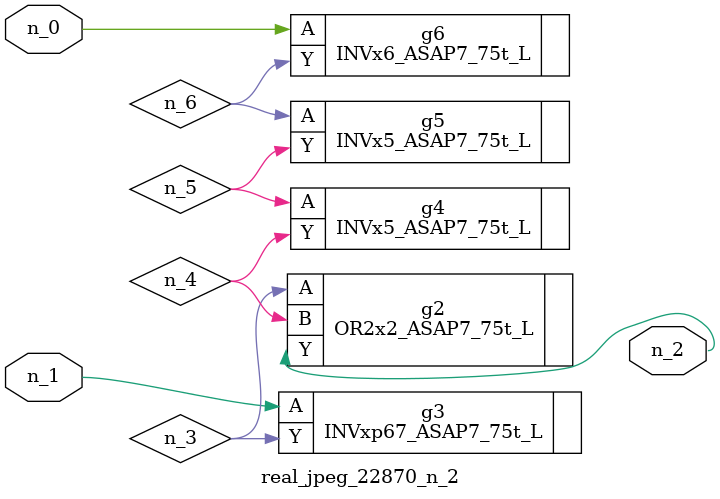
<source format=v>
module real_jpeg_22870_n_2 (n_1, n_0, n_2);

input n_1;
input n_0;

output n_2;

wire n_5;
wire n_4;
wire n_6;
wire n_3;

INVx6_ASAP7_75t_L g6 ( 
.A(n_0),
.Y(n_6)
);

INVxp67_ASAP7_75t_L g3 ( 
.A(n_1),
.Y(n_3)
);

OR2x2_ASAP7_75t_L g2 ( 
.A(n_3),
.B(n_4),
.Y(n_2)
);

INVx5_ASAP7_75t_L g4 ( 
.A(n_5),
.Y(n_4)
);

INVx5_ASAP7_75t_L g5 ( 
.A(n_6),
.Y(n_5)
);


endmodule
</source>
